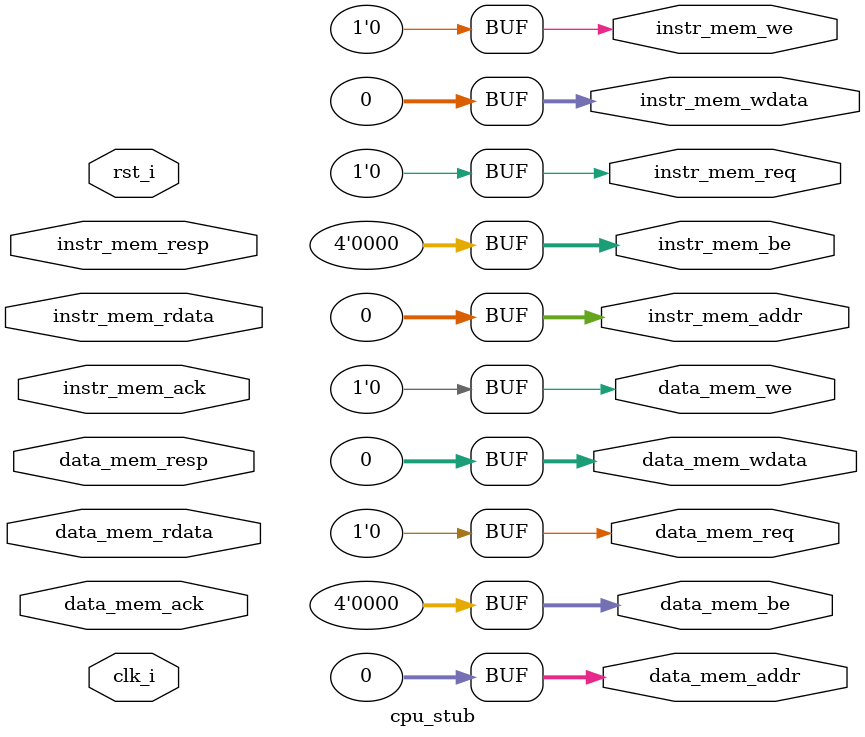
<source format=v>
module cpu_stub (
	input [0:0] clk_i,
	input [0:0] rst_i,
	input [0:0] instr_mem_ack,
	input [0:0] instr_mem_resp,
	input [31:0] instr_mem_rdata,
	input [0:0] data_mem_ack,
	input [0:0] data_mem_resp,
	input [31:0] data_mem_rdata,
	output [0:0] instr_mem_req,
	output [0:0] instr_mem_we,
	output [31:0] instr_mem_addr,
	output [31:0] instr_mem_wdata,
	output [3:0] instr_mem_be,
	output [0:0] data_mem_req,
	output [0:0] data_mem_we,
	output [31:0] data_mem_addr,
	output [31:0] data_mem_wdata,
	output [3:0] data_mem_be
);

assign instr_mem_req = 1'b0;
assign instr_mem_we = 1'b0;
assign instr_mem_addr = 32'h0;
assign instr_mem_wdata = 32'h0;
assign instr_mem_be = 4'h0;
assign data_mem_req = 1'b0;
assign data_mem_we = 1'b0;
assign data_mem_addr = 32'h0;
assign data_mem_wdata = 32'h0;
assign data_mem_be = 4'h0;

endmodule

</source>
